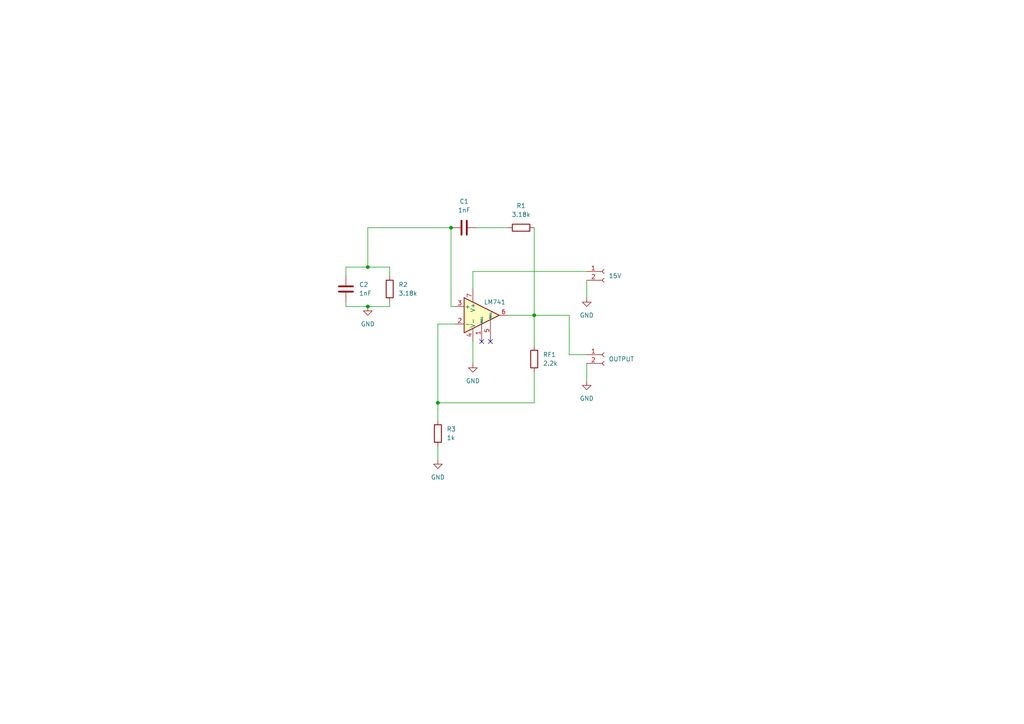
<source format=kicad_sch>
(kicad_sch (version 20211123) (generator eeschema)
  (paper "A4")
  (lib_symbols
    (symbol "Amplifier_Operational:LM741" (pin_names (offset 0.127))
      (property "Reference" "U" (at 0 6.35 0))
      (property "Value" "LM741" (at 0 3.81 0))
      (symbol "LM741_0_1"
        (polyline (pts (xy -5.08 5.08) (xy 5.08 0) (xy -5.08 -5.08) (xy -5.08 5.08)) (stroke (width 0.254)) (fill (type background)))
      )
      (symbol "LM741_1_1"
        (pin input line (at 0 -7.62 90) (length 5.08) (name "NULL") (number "1"))
        (pin input line (at -7.62 -2.54 0) (length 2.54) (name "-") (number "2"))
        (pin input line (at -7.62 2.54 0) (length 2.54) (name "+") (number "3"))
        (pin power_in line (at -2.54 -7.62 90) (length 3.81) (name "V-") (number "4"))
        (pin input line (at 2.54 -7.62 90) (length 6.35) (name "NULL") (number "5"))
        (pin output line (at 7.62 0 180) (length 2.54) (name "~") (number "6"))
        (pin power_in line (at -2.54 7.62 270) (length 3.81) (name "V+") (number "7"))
        (pin no_connect line (at 0 2.54 270) (length 2.54) hide (name "NC") (number "8"))
      )
    )
    (symbol "Connector:Conn_01x02_Female" (pin_names (offset 1.016) hide)
      (property "Reference" "J" (at 0 2.54 0))
      (property "Value" "Conn_01x02_Female" (at 0 -5.08 0))
      (symbol "Conn_01x02_Female_1_1"
        (arc (start 0 -2.032) (mid -0.508 -2.54) (end 0 -3.048) (stroke (width 0.1524)))
        (polyline (pts (xy -1.27 -2.54) (xy -0.508 -2.54)) (stroke (width 0.1524)))
        (polyline (pts (xy -1.27 0) (xy -0.508 0)) (stroke (width 0.1524)))
        (arc (start 0 0.508) (mid -0.508 0) (end 0 -0.508) (stroke (width 0.1524)))
        (pin passive line (at -5.08 0 0) (length 3.81) (name "Pin_1") (number "1"))
        (pin passive line (at -5.08 -2.54 0) (length 3.81) (name "Pin_2") (number "2"))
      )
    )
    (symbol "Device:C" (pin_numbers hide) (pin_names (offset 0.254))
      (property "Reference" "C" (at 0.635 2.54 0))
      (property "Value" "C" (at 0.635 -2.54 0))
      (symbol "C_0_1"
        (polyline (pts (xy -2.032 -0.762) (xy 2.032 -0.762)) (stroke (width 0.508)))
        (polyline (pts (xy -2.032 0.762) (xy 2.032 0.762)) (stroke (width 0.508)))
      )
      (symbol "C_1_1"
        (pin passive line (at 0 3.81 270) (length 2.794) (name "~") (number "1"))
        (pin passive line (at 0 -3.81 90) (length 2.794) (name "~") (number "2"))
      )
    )
    (symbol "Device:R" (pin_numbers hide) (pin_names (offset 0))
      (property "Reference" "R" (at 2.032 0 90))
      (property "Value" "R" (at 0 0 90))
      (symbol "R_0_1"
        (rectangle (start -1.016 -2.54) (end 1.016 2.54) (stroke (width 0.254)))
      )
      (symbol "R_1_1"
        (pin passive line (at 0 3.81 270) (length 1.27) (name "~") (number "1"))
        (pin passive line (at 0 -3.81 90) (length 1.27) (name "~") (number "2"))
      )
    )
    (symbol "power:GND" (power) (pin_names (offset 0))
      (property "Value" "GND" (at 0 -3.81 0))
      (symbol "GND_0_1"
        (polyline (pts (xy 0 0) (xy 0 -1.27) (xy 1.27 -1.27) (xy 0 -2.54) (xy -1.27 -1.27) (xy 0 -1.27)))
      )
      (symbol "GND_1_1"
        (pin power_in line (at 0 0 270) (length 0) hide (name "GND") (number "1"))
      )
    )
  )
  (junction (at 130.81 66.04))
  (junction (at 106.68 77.47))
  (junction (at 154.94 91.44))
  (junction (at 106.68 88.9))
  (junction (at 127 116.84))
  (no_connect (at 142.24 99.06))
  (no_connect (at 139.7 99.06))
  (wire (pts (xy 106.68 66.04) (xy 106.68 77.47)))
  (wire (pts (xy 165.1 102.87) (xy 170.18 102.87)))
  (wire (pts (xy 154.94 116.84) (xy 154.94 107.95)))
  (wire (pts (xy 165.1 91.44) (xy 165.1 102.87)))
  (wire (pts (xy 137.16 99.06) (xy 137.16 105.41)))
  (wire (pts (xy 147.32 91.44) (xy 154.94 91.44)))
  (wire (pts (xy 100.33 77.47) (xy 106.68 77.47)))
  (wire (pts (xy 130.81 66.04) (xy 130.81 88.9)))
  (wire (pts (xy 137.16 83.82) (xy 137.16 78.74)))
  (wire (pts (xy 170.18 81.28) (xy 170.18 86.36)))
  (wire (pts (xy 127 116.84) (xy 127 121.92)))
  (wire (pts (xy 106.68 88.9) (xy 113.03 88.9)))
  (wire (pts (xy 132.08 88.9) (xy 130.81 88.9)))
  (wire (pts (xy 127 129.54) (xy 127 133.35)))
  (wire (pts (xy 100.33 80.01) (xy 100.33 77.47)))
  (wire (pts (xy 127 93.98) (xy 127 116.84)))
  (wire (pts (xy 170.18 105.41) (xy 170.18 110.49)))
  (wire (pts (xy 100.33 87.63) (xy 100.33 88.9)))
  (wire (pts (xy 130.81 66.04) (xy 106.68 66.04)))
  (wire (pts (xy 100.33 88.9) (xy 106.68 88.9)))
  (wire (pts (xy 154.94 66.04) (xy 154.94 91.44)))
  (wire (pts (xy 132.08 93.98) (xy 127 93.98)))
  (wire (pts (xy 106.68 77.47) (xy 113.03 77.47)))
  (wire (pts (xy 154.94 91.44) (xy 154.94 100.33)))
  (wire (pts (xy 113.03 77.47) (xy 113.03 80.01)))
  (wire (pts (xy 127 116.84) (xy 154.94 116.84)))
  (wire (pts (xy 154.94 91.44) (xy 165.1 91.44)))
  (wire (pts (xy 137.16 78.74) (xy 170.18 78.74)))
  (wire (pts (xy 113.03 87.63) (xy 113.03 88.9)))
  (wire (pts (xy 138.43 66.04) (xy 147.32 66.04)))
  (symbol (lib_id "Device:R") (at 154.94 104.14 0) (unit 1)
    (property "Reference" "RF1" (at 157.48 102.8699 0) (effects (justify left)))
    (property "Value" "2.2k" (at 157.48 105.4099 0) (effects (justify left)))
    (property "Footprint" "Resistor_SMD:R_1206_3216Metric" (effects hide))
  )
  (symbol (lib_id "Device:R") (at 113.03 83.82 0) (unit 1)
    (property "Reference" "R2" (at 115.57 82.5499 0) (effects (justify left)))
    (property "Value" "3.18k" (at 115.57 85.0899 0) (effects (justify left)))
    (property "Footprint" "Resistor_SMD:R_1206_3216Metric" (effects hide))
  )
  (symbol (lib_id "Connector:Conn_01x02_Female") (at 175.26 102.87 0) (unit 1)
    (property "Reference" "J2" (effects hide))
    (property "Value" "OUTPUT" (at 176.53 104.1399 0) (effects (justify left)))
    (property "Footprint" "Connector_PinHeader_2.00mm:PinHeader_1x02_P2.00mm_Vertical" (effects hide))
  )
  (symbol (lib_id "power:GND") (at 106.68 88.9 0) (unit 1)
    (property "Reference" "#PWR0101" (effects hide))
    (property "Value" "GND" (at 106.68 93.98 0))
  )
  (symbol (lib_id "power:GND") (at 170.18 110.49 0) (unit 1)
    (property "Reference" "#PWR01" (effects hide))
    (property "Value" "GND" (at 170.18 115.57 0))
  )
  (symbol (lib_id "power:GND") (at 170.18 86.36 0) (unit 1)
    (property "Reference" "#PWR0102" (effects hide))
    (property "Value" "GND" (at 170.18 91.44 0))
  )
  (symbol (lib_id "Device:R") (at 151.13 66.04 90) (unit 1)
    (property "Reference" "R1" (at 151.13 59.69 90))
    (property "Value" "3.18k" (at 151.13 62.23 90))
    (property "Footprint" "Resistor_SMD:R_1206_3216Metric" (effects hide))
  )
  (symbol (lib_id "Device:C") (at 100.33 83.82 0) (unit 1)
    (property "Reference" "C2" (at 104.14 82.5499 0) (effects (justify left)))
    (property "Value" "1nF" (at 104.14 85.0899 0) (effects (justify left)))
    (property "Footprint" "Capacitor_SMD:C_0805_2012Metric" (effects hide))
  )
  (symbol (lib_id "power:GND") (at 127 133.35 0) (unit 1)
    (property "Reference" "#PWR0104" (effects hide))
    (property "Value" "GND" (at 127 138.43 0))
  )
  (symbol (lib_id "power:GND") (at 137.16 105.41 0) (unit 1)
    (property "Reference" "#PWR0103" (effects hide))
    (property "Value" "GND" (at 137.16 110.49 0))
  )
  (symbol (lib_id "Device:C") (at 134.62 66.04 270) (unit 1)
    (property "Reference" "C1" (at 134.62 58.42 90))
    (property "Value" "1nF" (at 134.62 60.96 90))
    (property "Footprint" "Capacitor_SMD:C_0805_2012Metric" (effects hide))
  )
  (symbol (lib_id "Connector:Conn_01x02_Female") (at 175.26 78.74 0) (unit 1)
    (property "Reference" "J1" (effects hide))
    (property "Value" "15V" (at 176.53 80.0099 0) (effects (justify left)))
    (property "Footprint" "Connector_PinHeader_2.00mm:PinHeader_1x02_P2.00mm_Vertical" (effects hide))
  )
  (symbol (lib_id "Amplifier_Operational:LM741") (at 139.7 91.44 0) (unit 1)
    (property "Reference" "U1" (effects hide))
    (property "Value" "LM741" (at 143.51 87.63 0))
    (property "Footprint" "Package_SO:SOIC-8_3.9x4.9mm_P1.27mm" (effects hide))
    (property "Datasheet" "http://www.ti.com/lit/ds/symlink/lm741.pdf" (effects hide))
  )
  (symbol (lib_id "Device:R") (at 127 125.73 0) (unit 1)
    (property "Reference" "R3" (at 129.54 124.4599 0) (effects (justify left)))
    (property "Value" "1k" (at 129.54 126.9999 0) (effects (justify left)))
    (property "Footprint" "Resistor_SMD:R_1206_3216Metric" (effects hide))
  )
)
</source>
